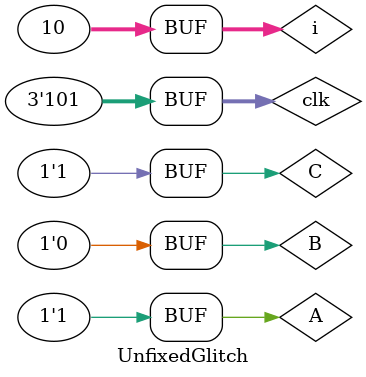
<source format=v>
`timescale 1ns / 1ps


module UnfixedGlitch;
    reg [2:0] clk;
    wire A;
    wire B;
    wire C;
    wire F;
    
    assign A=clk[0];
    assign B=clk[1];
    assign C=clk[2];
    
    prelabGlitch glitchGenerator(A,B,C,F);
    integer i;
    initial
    begin
        for(i = 0; i < 10;i=i+1)
        begin
            #50 clk=3'b111;
            #50 clk=3'b101;
        end
    end
endmodule

</source>
